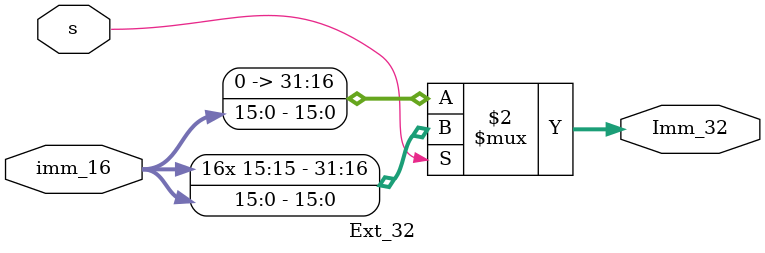
<source format=v>
`timescale 1ns / 1ps
module Ext_32(input s, input[15:0]imm_16,output[31:0]Imm_32
    );
	assign Imm_32=(s==1)?{{16{imm_16[15]}},imm_16[15:0]}:{16'h0,imm_16[15:0]};
//s=1:sign_ext
endmodule

</source>
